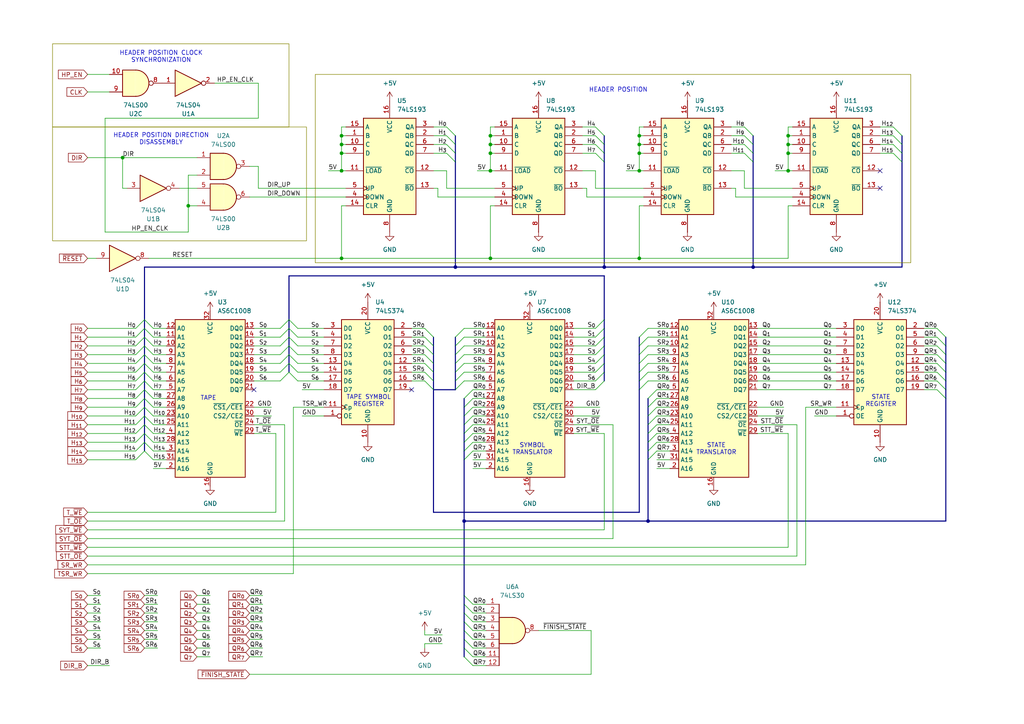
<source format=kicad_sch>
(kicad_sch (version 20250114) (generator "eeschema") (generator_version "9.0")
  (paper "A4")
  (rectangle (start 91.44 21.59) (end 264.16 76.2) (stroke (width 0) (color 132 132 0 1)))
  (rectangle (start 15.24 12.7) (end 83.82 36.83) (stroke (width 0) (color 132 132 0 1)))
  (rectangle (start 15.24 36.83) (end 88.9 69.85) (stroke (width 0) (color 132 132 0 1)))
  (text "HEADER POSITION DIRECTION\nDISASSEMBLY" (at 46.736 40.386 0) (effects (font (size 1.27 1.27))))
  (text "HEADER POSITION CLOCK\nSYNCHRONIZATION" (at 46.736 16.51 0) (effects (font (size 1.27 1.27))))
  (text "STATE\nTRANSLATOR" (at 207.772 130.302 0) (effects (font (size 1.27 1.27))))
  (text "TAPE SYMBOL\nREGISTER" (at 106.934 116.332 0) (effects (font (size 1.27 1.27))))
  (text "HEADER POSITION" (at 179.324 26.162 0) (effects (font (size 1.27 1.27))))
  (text "TAPE" (at 60.452 115.57 0) (effects (font (size 1.27 1.27))))
  (text "STATE\nREGISTER" (at 255.524 116.332 0) (effects (font (size 1.27 1.27))))
  (text "SYMBOL\nTRANSLATOR" (at 154.432 130.302 0) (effects (font (size 1.27 1.27))))
  (junction (at 185.42 41.91))
  (junction (at 142.24 74.93))
  (junction (at 187.96 151.13))
  (junction (at 185.42 44.45))
  (junction (at 142.24 39.37))
  (junction (at 132.08 77.47))
  (junction (at 142.24 49.53))
  (junction (at 142.24 44.45))
  (junction (at 185.42 74.93))
  (junction (at 185.42 39.37))
  (junction (at 99.06 49.53))
  (junction (at 228.6 44.45))
  (junction (at 175.26 77.47))
  (junction (at 99.06 39.37))
  (junction (at 228.6 49.53))
  (junction (at 142.24 41.91))
  (junction (at 99.06 74.93))
  (junction (at 99.06 41.91))
  (junction (at 228.6 41.91))
  (junction (at 185.42 49.53))
  (junction (at 35.56 45.72))
  (junction (at 228.6 39.37))
  (junction (at 99.06 44.45))
  (junction (at 134.62 151.13))
  (junction (at 218.44 77.47))
  (junction (at 54.61 59.69))
  (no_connect (at 255.27 49.53))
  (no_connect (at 255.27 54.61))
  (no_connect (at 119.38 113.03))
  (no_connect (at 73.66 113.03))
  (bus_entry (at 259.08 44.45) (size 2.54 2.54))
  (bus_entry (at 41.91 115.57) (size -2.54 2.54))
  (bus_entry (at 41.91 118.11) (size 2.54 2.54))
  (bus_entry (at 41.91 125.73) (size 2.54 2.54))
  (bus_entry (at 41.91 130.81) (size 2.54 2.54))
  (bus_entry (at 81.28 102.87) (size 2.54 -2.54))
  (bus_entry (at 137.16 118.11) (size -2.54 2.54))
  (bus_entry (at 41.91 95.25) (size -2.54 2.54))
  (bus_entry (at 172.72 36.83) (size 2.54 2.54))
  (bus_entry (at 172.72 113.03) (size 2.54 -2.54))
  (bus_entry (at 129.54 44.45) (size 2.54 2.54))
  (bus_entry (at 86.36 95.25) (size -2.54 -2.54))
  (bus_entry (at 187.96 107.95) (size -2.54 2.54))
  (bus_entry (at 172.72 110.49) (size 2.54 -2.54))
  (bus_entry (at 137.16 113.03) (size -2.54 2.54))
  (bus_entry (at 172.72 100.33) (size 2.54 -2.54))
  (bus_entry (at 134.62 107.95) (size -2.54 2.54))
  (bus_entry (at 137.16 123.19) (size -2.54 2.54))
  (bus_entry (at 41.91 110.49) (size -2.54 2.54))
  (bus_entry (at 271.78 110.49) (size 2.54 2.54))
  (bus_entry (at 41.91 102.87) (size 2.54 2.54))
  (bus_entry (at 271.78 105.41) (size 2.54 2.54))
  (bus_entry (at 41.91 128.27) (size 2.54 2.54))
  (bus_entry (at 41.91 95.25) (size 2.54 2.54))
  (bus_entry (at 41.91 100.33) (size -2.54 2.54))
  (bus_entry (at 172.72 97.79) (size 2.54 -2.54))
  (bus_entry (at 137.16 185.42) (size -2.54 -2.54))
  (bus_entry (at 86.36 97.79) (size -2.54 -2.54))
  (bus_entry (at 129.54 36.83) (size 2.54 2.54))
  (bus_entry (at 172.72 107.95) (size 2.54 -2.54))
  (bus_entry (at 81.28 105.41) (size 2.54 -2.54))
  (bus_entry (at 86.36 105.41) (size -2.54 -2.54))
  (bus_entry (at 41.91 97.79) (size 2.54 2.54))
  (bus_entry (at 123.19 100.33) (size 2.54 2.54))
  (bus_entry (at 137.16 115.57) (size -2.54 2.54))
  (bus_entry (at 137.16 177.8) (size -2.54 -2.54))
  (bus_entry (at 215.9 44.45) (size 2.54 2.54))
  (bus_entry (at 190.5 130.81) (size -2.54 2.54))
  (bus_entry (at 137.16 190.5) (size -2.54 -2.54))
  (bus_entry (at 190.5 123.19) (size -2.54 2.54))
  (bus_entry (at 137.16 187.96) (size -2.54 -2.54))
  (bus_entry (at 271.78 100.33) (size 2.54 2.54))
  (bus_entry (at 123.19 107.95) (size 2.54 2.54))
  (bus_entry (at 41.91 113.03) (size -2.54 2.54))
  (bus_entry (at 134.62 102.87) (size -2.54 2.54))
  (bus_entry (at 41.91 113.03) (size 2.54 2.54))
  (bus_entry (at 137.16 130.81) (size -2.54 2.54))
  (bus_entry (at 123.19 102.87) (size 2.54 2.54))
  (bus_entry (at 123.19 110.49) (size 2.54 2.54))
  (bus_entry (at 41.91 105.41) (size 2.54 2.54))
  (bus_entry (at 41.91 118.11) (size -2.54 2.54))
  (bus_entry (at 41.91 123.19) (size -2.54 2.54))
  (bus_entry (at 129.54 41.91) (size 2.54 2.54))
  (bus_entry (at 137.16 175.26) (size -2.54 -2.54))
  (bus_entry (at 134.62 97.79) (size -2.54 2.54))
  (bus_entry (at 41.91 120.65) (size -2.54 2.54))
  (bus_entry (at 215.9 36.83) (size 2.54 2.54))
  (bus_entry (at 187.96 110.49) (size -2.54 2.54))
  (bus_entry (at 190.5 115.57) (size -2.54 2.54))
  (bus_entry (at 41.91 115.57) (size 2.54 2.54))
  (bus_entry (at 187.96 95.25) (size -2.54 2.54))
  (bus_entry (at 271.78 107.95) (size 2.54 2.54))
  (bus_entry (at 129.54 39.37) (size 2.54 2.54))
  (bus_entry (at 259.08 36.83) (size 2.54 2.54))
  (bus_entry (at 187.96 100.33) (size -2.54 2.54))
  (bus_entry (at 134.62 100.33) (size -2.54 2.54))
  (bus_entry (at 86.36 110.49) (size -2.54 -2.54))
  (bus_entry (at 81.28 110.49) (size 2.54 -2.54))
  (bus_entry (at 172.72 39.37) (size 2.54 2.54))
  (bus_entry (at 271.78 95.25) (size 2.54 2.54))
  (bus_entry (at 123.19 105.41) (size 2.54 2.54))
  (bus_entry (at 41.91 100.33) (size 2.54 2.54))
  (bus_entry (at 137.16 120.65) (size -2.54 2.54))
  (bus_entry (at 187.96 97.79) (size -2.54 2.54))
  (bus_entry (at 41.91 128.27) (size -2.54 2.54))
  (bus_entry (at 41.91 102.87) (size -2.54 2.54))
  (bus_entry (at 259.08 41.91) (size 2.54 2.54))
  (bus_entry (at 137.16 182.88) (size -2.54 -2.54))
  (bus_entry (at 172.72 102.87) (size 2.54 -2.54))
  (bus_entry (at 41.91 92.71) (size 2.54 2.54))
  (bus_entry (at 172.72 105.41) (size 2.54 -2.54))
  (bus_entry (at 137.16 180.34) (size -2.54 -2.54))
  (bus_entry (at 41.91 110.49) (size 2.54 2.54))
  (bus_entry (at 190.5 118.11) (size -2.54 2.54))
  (bus_entry (at 134.62 105.41) (size -2.54 2.54))
  (bus_entry (at 41.91 125.73) (size -2.54 2.54))
  (bus_entry (at 81.28 100.33) (size 2.54 -2.54))
  (bus_entry (at 81.28 95.25) (size 2.54 -2.54))
  (bus_entry (at 259.08 39.37) (size 2.54 2.54))
  (bus_entry (at 271.78 97.79) (size 2.54 2.54))
  (bus_entry (at 190.5 125.73) (size -2.54 2.54))
  (bus_entry (at 172.72 95.25) (size 2.54 -2.54))
  (bus_entry (at 86.36 102.87) (size -2.54 -2.54))
  (bus_entry (at 81.28 107.95) (size 2.54 -2.54))
  (bus_entry (at 172.72 41.91) (size 2.54 2.54))
  (bus_entry (at 190.5 113.03) (size -2.54 2.54))
  (bus_entry (at 41.91 105.41) (size -2.54 2.54))
  (bus_entry (at 41.91 120.65) (size 2.54 2.54))
  (bus_entry (at 215.9 39.37) (size 2.54 2.54))
  (bus_entry (at 137.16 193.04) (size -2.54 -2.54))
  (bus_entry (at 172.72 44.45) (size 2.54 2.54))
  (bus_entry (at 41.91 107.95) (size -2.54 2.54))
  (bus_entry (at 271.78 113.03) (size 2.54 2.54))
  (bus_entry (at 81.28 97.79) (size 2.54 -2.54))
  (bus_entry (at 41.91 97.79) (size -2.54 2.54))
  (bus_entry (at 134.62 110.49) (size -2.54 2.54))
  (bus_entry (at 190.5 128.27) (size -2.54 2.54))
  (bus_entry (at 41.91 92.71) (size -2.54 2.54))
  (bus_entry (at 271.78 102.87) (size 2.54 2.54))
  (bus_entry (at 137.16 125.73) (size -2.54 2.54))
  (bus_entry (at 190.5 120.65) (size -2.54 2.54))
  (bus_entry (at 123.19 95.25) (size 2.54 2.54))
  (bus_entry (at 86.36 100.33) (size -2.54 -2.54))
  (bus_entry (at 86.36 107.95) (size -2.54 -2.54))
  (bus_entry (at 215.9 41.91) (size 2.54 2.54))
  (bus_entry (at 137.16 128.27) (size -2.54 2.54))
  (bus_entry (at 187.96 102.87) (size -2.54 2.54))
  (bus_entry (at 41.91 123.19) (size 2.54 2.54))
  (bus_entry (at 41.91 107.95) (size 2.54 2.54))
  (bus_entry (at 41.91 130.81) (size -2.54 2.54))
  (bus_entry (at 187.96 105.41) (size -2.54 2.54))
  (bus_entry (at 123.19 97.79) (size 2.54 2.54))
  (bus_entry (at 134.62 95.25) (size -2.54 2.54))
  (wire (pts (xy 172.72 54.61) (xy 186.69 54.61)))
  (bus (pts (xy 134.62 185.42) (xy 134.62 182.88)))
  (wire (pts (xy 219.71 95.25) (xy 242.57 95.25)))
  (bus (pts (xy 134.62 133.35) (xy 134.62 151.13)))
  (wire (pts (xy 44.45 100.33) (xy 48.26 100.33)))
  (wire (pts (xy 142.24 41.91) (xy 143.51 41.91)))
  (bus (pts (xy 41.91 120.65) (xy 41.91 123.19)))
  (wire (pts (xy 187.96 102.87) (xy 194.31 102.87)))
  (wire (pts (xy 25.4 185.42) (xy 29.21 185.42)))
  (wire (pts (xy 134.62 95.25) (xy 140.97 95.25)))
  (wire (pts (xy 187.96 100.33) (xy 194.31 100.33)))
  (wire (pts (xy 87.63 113.03) (xy 93.98 113.03)))
  (bus (pts (xy 83.82 92.71) (xy 83.82 95.25)))
  (wire (pts (xy 255.27 36.83) (xy 259.08 36.83)))
  (bus (pts (xy 175.26 44.45) (xy 175.26 46.99)))
  (wire (pts (xy 255.27 39.37) (xy 259.08 39.37)))
  (wire (pts (xy 212.09 54.61) (xy 213.36 54.61)))
  (wire (pts (xy 271.78 97.79) (xy 267.97 97.79)))
  (bus (pts (xy 83.82 80.01) (xy 175.26 80.01)))
  (wire (pts (xy 25.4 133.35) (xy 39.37 133.35)))
  (wire (pts (xy 271.78 113.03) (xy 267.97 113.03)))
  (wire (pts (xy 185.42 41.91) (xy 185.42 39.37)))
  (wire (pts (xy 57.15 185.42) (xy 60.96 185.42)))
  (wire (pts (xy 171.45 195.58) (xy 171.45 182.88)))
  (wire (pts (xy 142.24 59.69) (xy 142.24 74.93)))
  (wire (pts (xy 185.42 36.83) (xy 186.69 36.83)))
  (wire (pts (xy 99.06 74.93) (xy 99.06 59.69)))
  (wire (pts (xy 134.62 97.79) (xy 140.97 97.79)))
  (wire (pts (xy 95.25 49.53) (xy 99.06 49.53)))
  (bus (pts (xy 261.62 39.37) (xy 261.62 41.91)))
  (wire (pts (xy 25.4 125.73) (xy 39.37 125.73)))
  (wire (pts (xy 125.73 41.91) (xy 129.54 41.91)))
  (wire (pts (xy 143.51 59.69) (xy 142.24 59.69)))
  (bus (pts (xy 125.73 102.87) (xy 125.73 105.41)))
  (wire (pts (xy 194.31 113.03) (xy 190.5 113.03)))
  (wire (pts (xy 219.71 123.19) (xy 231.14 123.19)))
  (wire (pts (xy 142.24 39.37) (xy 143.51 39.37)))
  (wire (pts (xy 156.21 182.88) (xy 171.45 182.88)))
  (wire (pts (xy 86.36 100.33) (xy 93.98 100.33)))
  (bus (pts (xy 187.96 130.81) (xy 187.96 133.35)))
  (wire (pts (xy 166.37 113.03) (xy 172.72 113.03)))
  (wire (pts (xy 137.16 120.65) (xy 140.97 120.65)))
  (wire (pts (xy 44.45 120.65) (xy 48.26 120.65)))
  (bus (pts (xy 175.26 80.01) (xy 175.26 92.71)))
  (bus (pts (xy 134.62 120.65) (xy 134.62 123.19)))
  (wire (pts (xy 166.37 97.79) (xy 172.72 97.79)))
  (wire (pts (xy 85.09 118.11) (xy 93.98 118.11)))
  (wire (pts (xy 123.19 97.79) (xy 119.38 97.79)))
  (bus (pts (xy 218.44 77.47) (xy 261.62 77.47)))
  (wire (pts (xy 137.16 175.26) (xy 140.97 175.26)))
  (wire (pts (xy 125.73 54.61) (xy 127 54.61)))
  (wire (pts (xy 73.66 125.73) (xy 80.01 125.73)))
  (bus (pts (xy 218.44 46.99) (xy 218.44 77.47)))
  (wire (pts (xy 168.91 49.53) (xy 172.72 49.53)))
  (wire (pts (xy 137.16 125.73) (xy 140.97 125.73)))
  (wire (pts (xy 212.09 36.83) (xy 215.9 36.83)))
  (wire (pts (xy 25.4 151.13) (xy 82.55 151.13)))
  (wire (pts (xy 81.28 97.79) (xy 73.66 97.79)))
  (wire (pts (xy 194.31 95.25) (xy 187.96 95.25)))
  (bus (pts (xy 41.91 110.49) (xy 41.91 113.03)))
  (bus (pts (xy 134.62 125.73) (xy 134.62 128.27)))
  (wire (pts (xy 137.16 123.19) (xy 140.97 123.19)))
  (bus (pts (xy 134.62 118.11) (xy 134.62 120.65)))
  (wire (pts (xy 219.71 105.41) (xy 242.57 105.41)))
  (wire (pts (xy 185.42 39.37) (xy 185.42 36.83)))
  (wire (pts (xy 72.39 195.58) (xy 171.45 195.58)))
  (wire (pts (xy 80.01 125.73) (xy 80.01 148.59)))
  (bus (pts (xy 175.26 39.37) (xy 175.26 41.91)))
  (wire (pts (xy 25.4 105.41) (xy 39.37 105.41)))
  (bus (pts (xy 134.62 177.8) (xy 134.62 175.26)))
  (wire (pts (xy 25.4 107.95) (xy 39.37 107.95)))
  (bus (pts (xy 274.32 110.49) (xy 274.32 113.03)))
  (wire (pts (xy 44.45 110.49) (xy 48.26 110.49)))
  (wire (pts (xy 44.45 107.95) (xy 48.26 107.95)))
  (bus (pts (xy 132.08 39.37) (xy 132.08 41.91)))
  (wire (pts (xy 271.78 102.87) (xy 267.97 102.87)))
  (wire (pts (xy 123.19 110.49) (xy 119.38 110.49)))
  (wire (pts (xy 137.16 190.5) (xy 140.97 190.5)))
  (wire (pts (xy 35.56 45.72) (xy 57.15 45.72)))
  (wire (pts (xy 228.6 41.91) (xy 229.87 41.91)))
  (wire (pts (xy 134.62 100.33) (xy 140.97 100.33)))
  (bus (pts (xy 132.08 44.45) (xy 132.08 46.99)))
  (wire (pts (xy 190.5 123.19) (xy 194.31 123.19)))
  (wire (pts (xy 228.6 44.45) (xy 228.6 41.91)))
  (wire (pts (xy 43.18 74.93) (xy 99.06 74.93)))
  (wire (pts (xy 25.4 102.87) (xy 39.37 102.87)))
  (bus (pts (xy 274.32 105.41) (xy 274.32 107.95)))
  (wire (pts (xy 45.72 187.96) (xy 41.91 187.96)))
  (wire (pts (xy 99.06 74.93) (xy 142.24 74.93)))
  (wire (pts (xy 74.93 54.61) (xy 74.93 48.26)))
  (wire (pts (xy 185.42 39.37) (xy 186.69 39.37)))
  (wire (pts (xy 185.42 49.53) (xy 185.42 44.45)))
  (wire (pts (xy 25.4 118.11) (xy 39.37 118.11)))
  (wire (pts (xy 125.73 44.45) (xy 129.54 44.45)))
  (wire (pts (xy 137.16 177.8) (xy 140.97 177.8)))
  (wire (pts (xy 25.4 156.21) (xy 177.8 156.21)))
  (wire (pts (xy 233.68 118.11) (xy 242.57 118.11)))
  (wire (pts (xy 25.4 180.34) (xy 29.21 180.34)))
  (wire (pts (xy 219.71 107.95) (xy 242.57 107.95)))
  (wire (pts (xy 127 54.61) (xy 127 57.15)))
  (wire (pts (xy 228.6 59.69) (xy 228.6 74.93)))
  (wire (pts (xy 25.4 21.59) (xy 31.75 21.59)))
  (wire (pts (xy 212.09 44.45) (xy 215.9 44.45)))
  (wire (pts (xy 45.72 182.88) (xy 41.91 182.88)))
  (wire (pts (xy 81.28 100.33) (xy 73.66 100.33)))
  (bus (pts (xy 134.62 130.81) (xy 134.62 133.35)))
  (wire (pts (xy 57.15 182.88) (xy 60.96 182.88)))
  (bus (pts (xy 274.32 113.03) (xy 274.32 115.57)))
  (wire (pts (xy 127 57.15) (xy 143.51 57.15)))
  (bus (pts (xy 175.26 107.95) (xy 175.26 110.49)))
  (wire (pts (xy 35.56 54.61) (xy 36.83 54.61)))
  (wire (pts (xy 99.06 41.91) (xy 100.33 41.91)))
  (wire (pts (xy 228.6 36.83) (xy 229.87 36.83)))
  (wire (pts (xy 30.48 67.31) (xy 54.61 67.31)))
  (bus (pts (xy 187.96 128.27) (xy 187.96 130.81)))
  (wire (pts (xy 137.16 130.81) (xy 140.97 130.81)))
  (wire (pts (xy 228.6 74.93) (xy 185.42 74.93)))
  (wire (pts (xy 25.4 26.67) (xy 31.75 26.67)))
  (bus (pts (xy 261.62 46.99) (xy 261.62 77.47)))
  (wire (pts (xy 175.26 153.67) (xy 25.4 153.67)))
  (wire (pts (xy 219.71 97.79) (xy 242.57 97.79)))
  (wire (pts (xy 213.36 54.61) (xy 213.36 57.15)))
  (bus (pts (xy 83.82 95.25) (xy 83.82 97.79)))
  (bus (pts (xy 187.96 115.57) (xy 187.96 118.11)))
  (bus (pts (xy 83.82 92.71) (xy 83.82 80.01)))
  (wire (pts (xy 57.15 187.96) (xy 60.96 187.96)))
  (bus (pts (xy 187.96 123.19) (xy 187.96 125.73)))
  (wire (pts (xy 219.71 110.49) (xy 242.57 110.49)))
  (wire (pts (xy 25.4 187.96) (xy 29.21 187.96)))
  (bus (pts (xy 41.91 125.73) (xy 41.91 128.27)))
  (wire (pts (xy 82.55 151.13) (xy 82.55 123.19)))
  (wire (pts (xy 190.5 128.27) (xy 194.31 128.27)))
  (wire (pts (xy 137.16 135.89) (xy 140.97 135.89)))
  (wire (pts (xy 25.4 110.49) (xy 39.37 110.49)))
  (wire (pts (xy 54.61 50.8) (xy 54.61 59.69)))
  (bus (pts (xy 41.91 118.11) (xy 41.91 120.65)))
  (wire (pts (xy 25.4 158.75) (xy 228.6 158.75)))
  (wire (pts (xy 123.19 102.87) (xy 119.38 102.87)))
  (wire (pts (xy 48.26 128.27) (xy 44.45 128.27)))
  (wire (pts (xy 166.37 110.49) (xy 172.72 110.49)))
  (bus (pts (xy 175.26 41.91) (xy 175.26 44.45)))
  (wire (pts (xy 190.5 115.57) (xy 194.31 115.57)))
  (bus (pts (xy 125.73 107.95) (xy 125.73 110.49)))
  (wire (pts (xy 54.61 59.69) (xy 54.61 67.31)))
  (wire (pts (xy 44.45 123.19) (xy 48.26 123.19)))
  (wire (pts (xy 44.45 135.89) (xy 48.26 135.89)))
  (wire (pts (xy 25.4 97.79) (xy 39.37 97.79)))
  (bus (pts (xy 41.91 100.33) (xy 41.91 102.87)))
  (wire (pts (xy 25.4 130.81) (xy 39.37 130.81)))
  (wire (pts (xy 86.36 97.79) (xy 93.98 97.79)))
  (bus (pts (xy 83.82 100.33) (xy 83.82 102.87)))
  (wire (pts (xy 255.27 41.91) (xy 259.08 41.91)))
  (wire (pts (xy 45.72 175.26) (xy 41.91 175.26)))
  (wire (pts (xy 228.6 39.37) (xy 228.6 36.83)))
  (bus (pts (xy 274.32 100.33) (xy 274.32 102.87)))
  (bus (pts (xy 125.73 105.41) (xy 125.73 107.95)))
  (wire (pts (xy 168.91 41.91) (xy 172.72 41.91)))
  (wire (pts (xy 54.61 59.69) (xy 57.15 59.69)))
  (wire (pts (xy 35.56 45.72) (xy 35.56 54.61)))
  (wire (pts (xy 48.26 125.73) (xy 44.45 125.73)))
  (wire (pts (xy 166.37 125.73) (xy 175.26 125.73)))
  (wire (pts (xy 219.71 125.73) (xy 228.6 125.73)))
  (bus (pts (xy 185.42 100.33) (xy 185.42 102.87)))
  (wire (pts (xy 271.78 107.95) (xy 267.97 107.95)))
  (wire (pts (xy 45.72 177.8) (xy 41.91 177.8)))
  (bus (pts (xy 41.91 128.27) (xy 41.91 130.81)))
  (wire (pts (xy 87.63 120.65) (xy 93.98 120.65)))
  (wire (pts (xy 72.39 172.72) (xy 76.2 172.72)))
  (wire (pts (xy 142.24 44.45) (xy 142.24 41.91)))
  (bus (pts (xy 41.91 123.19) (xy 41.91 125.73)))
  (wire (pts (xy 99.06 44.45) (xy 99.06 41.91)))
  (wire (pts (xy 99.06 39.37) (xy 100.33 39.37)))
  (wire (pts (xy 142.24 49.53) (xy 142.24 44.45)))
  (wire (pts (xy 100.33 49.53) (xy 99.06 49.53)))
  (bus (pts (xy 175.26 77.47) (xy 218.44 77.47)))
  (bus (pts (xy 125.73 100.33) (xy 125.73 102.87)))
  (wire (pts (xy 177.8 156.21) (xy 177.8 123.19)))
  (bus (pts (xy 132.08 110.49) (xy 132.08 113.03)))
  (bus (pts (xy 187.96 118.11) (xy 187.96 120.65)))
  (wire (pts (xy 25.4 148.59) (xy 80.01 148.59)))
  (wire (pts (xy 168.91 44.45) (xy 172.72 44.45)))
  (wire (pts (xy 134.62 102.87) (xy 140.97 102.87)))
  (wire (pts (xy 215.9 54.61) (xy 229.87 54.61)))
  (wire (pts (xy 76.2 177.8) (xy 72.39 177.8)))
  (wire (pts (xy 190.5 118.11) (xy 194.31 118.11)))
  (wire (pts (xy 168.91 39.37) (xy 172.72 39.37)))
  (wire (pts (xy 228.6 44.45) (xy 229.87 44.45)))
  (wire (pts (xy 166.37 118.11) (xy 173.99 118.11)))
  (wire (pts (xy 44.45 105.41) (xy 48.26 105.41)))
  (wire (pts (xy 85.09 166.37) (xy 25.4 166.37)))
  (wire (pts (xy 125.73 39.37) (xy 129.54 39.37)))
  (wire (pts (xy 76.2 190.5) (xy 72.39 190.5)))
  (wire (pts (xy 187.96 97.79) (xy 194.31 97.79)))
  (wire (pts (xy 25.4 100.33) (xy 39.37 100.33)))
  (bus (pts (xy 41.91 115.57) (xy 41.91 118.11)))
  (bus (pts (xy 185.42 97.79) (xy 185.42 100.33)))
  (wire (pts (xy 137.16 182.88) (xy 140.97 182.88)))
  (wire (pts (xy 44.45 118.11) (xy 48.26 118.11)))
  (bus (pts (xy 125.73 113.03) (xy 125.73 148.59)))
  (wire (pts (xy 25.4 74.93) (xy 27.94 74.93)))
  (wire (pts (xy 73.66 123.19) (xy 82.55 123.19)))
  (wire (pts (xy 119.38 95.25) (xy 123.19 95.25)))
  (bus (pts (xy 261.62 44.45) (xy 261.62 46.99)))
  (wire (pts (xy 142.24 41.91) (xy 142.24 39.37)))
  (bus (pts (xy 185.42 107.95) (xy 185.42 110.49)))
  (wire (pts (xy 125.73 36.83) (xy 129.54 36.83)))
  (bus (pts (xy 134.62 123.19) (xy 134.62 125.73)))
  (wire (pts (xy 166.37 100.33) (xy 172.72 100.33)))
  (wire (pts (xy 99.06 59.69) (xy 100.33 59.69)))
  (wire (pts (xy 271.78 105.41) (xy 267.97 105.41)))
  (bus (pts (xy 132.08 107.95) (xy 132.08 110.49)))
  (wire (pts (xy 219.71 118.11) (xy 227.33 118.11)))
  (wire (pts (xy 99.06 39.37) (xy 99.06 36.83)))
  (wire (pts (xy 99.06 49.53) (xy 99.06 44.45)))
  (wire (pts (xy 228.6 49.53) (xy 228.6 44.45)))
  (wire (pts (xy 142.24 36.83) (xy 143.51 36.83)))
  (bus (pts (xy 125.73 148.59) (xy 185.42 148.59)))
  (wire (pts (xy 166.37 105.41) (xy 172.72 105.41)))
  (wire (pts (xy 271.78 110.49) (xy 267.97 110.49)))
  (bus (pts (xy 83.82 105.41) (xy 83.82 107.95)))
  (bus (pts (xy 185.42 105.41) (xy 185.42 107.95)))
  (bus (pts (xy 175.26 46.99) (xy 175.26 77.47)))
  (wire (pts (xy 219.71 102.87) (xy 242.57 102.87)))
  (wire (pts (xy 45.72 180.34) (xy 41.91 180.34)))
  (wire (pts (xy 255.27 44.45) (xy 259.08 44.45)))
  (wire (pts (xy 72.39 57.15) (xy 100.33 57.15)))
  (wire (pts (xy 166.37 123.19) (xy 177.8 123.19)))
  (wire (pts (xy 25.4 123.19) (xy 39.37 123.19)))
  (wire (pts (xy 137.16 185.42) (xy 140.97 185.42)))
  (wire (pts (xy 57.15 190.5) (xy 60.96 190.5)))
  (wire (pts (xy 229.87 59.69) (xy 228.6 59.69)))
  (wire (pts (xy 236.22 120.65) (xy 242.57 120.65)))
  (wire (pts (xy 271.78 100.33) (xy 267.97 100.33)))
  (bus (pts (xy 218.44 41.91) (xy 218.44 44.45)))
  (wire (pts (xy 212.09 39.37) (xy 215.9 39.37)))
  (bus (pts (xy 274.32 107.95) (xy 274.32 110.49)))
  (bus (pts (xy 41.91 105.41) (xy 41.91 107.95)))
  (wire (pts (xy 129.54 49.53) (xy 129.54 54.61)))
  (wire (pts (xy 86.36 107.95) (xy 93.98 107.95)))
  (bus (pts (xy 83.82 97.79) (xy 83.82 100.33)))
  (wire (pts (xy 168.91 54.61) (xy 170.18 54.61)))
  (wire (pts (xy 99.06 44.45) (xy 100.33 44.45)))
  (wire (pts (xy 175.26 125.73) (xy 175.26 153.67)))
  (wire (pts (xy 123.19 184.15) (xy 128.27 184.15)))
  (wire (pts (xy 137.16 193.04) (xy 140.97 193.04)))
  (wire (pts (xy 231.14 123.19) (xy 231.14 161.29)))
  (wire (pts (xy 166.37 95.25) (xy 172.72 95.25)))
  (wire (pts (xy 186.69 59.69) (xy 185.42 59.69)))
  (bus (pts (xy 187.96 125.73) (xy 187.96 128.27)))
  (bus (pts (xy 132.08 77.47) (xy 175.26 77.47)))
  (wire (pts (xy 25.4 115.57) (xy 39.37 115.57)))
  (wire (pts (xy 129.54 54.61) (xy 143.51 54.61)))
  (wire (pts (xy 74.93 24.13) (xy 74.93 34.29)))
  (wire (pts (xy 142.24 74.93) (xy 185.42 74.93)))
  (wire (pts (xy 41.91 172.72) (xy 45.72 172.72)))
  (bus (pts (xy 175.26 95.25) (xy 175.26 97.79)))
  (wire (pts (xy 138.43 49.53) (xy 142.24 49.53)))
  (bus (pts (xy 175.26 105.41) (xy 175.26 107.95)))
  (wire (pts (xy 170.18 54.61) (xy 170.18 57.15)))
  (wire (pts (xy 166.37 120.65) (xy 173.99 120.65)))
  (wire (pts (xy 187.96 107.95) (xy 194.31 107.95)))
  (bus (pts (xy 41.91 97.79) (xy 41.91 100.33)))
  (bus (pts (xy 274.32 115.57) (xy 274.32 151.13)))
  (wire (pts (xy 62.23 24.13) (xy 74.93 24.13)))
  (bus (pts (xy 41.91 92.71) (xy 41.91 77.47)))
  (bus (pts (xy 134.62 175.26) (xy 134.62 172.72)))
  (wire (pts (xy 168.91 36.83) (xy 172.72 36.83)))
  (wire (pts (xy 25.4 113.03) (xy 39.37 113.03)))
  (wire (pts (xy 81.28 110.49) (xy 73.66 110.49)))
  (wire (pts (xy 267.97 95.25) (xy 271.78 95.25)))
  (wire (pts (xy 57.15 180.34) (xy 60.96 180.34)))
  (bus (pts (xy 134.62 180.34) (xy 134.62 177.8)))
  (bus (pts (xy 41.91 102.87) (xy 41.91 105.41)))
  (bus (pts (xy 187.96 120.65) (xy 187.96 123.19)))
  (wire (pts (xy 142.24 39.37) (xy 142.24 36.83)))
  (wire (pts (xy 25.4 45.72) (xy 35.56 45.72)))
  (wire (pts (xy 190.5 120.65) (xy 194.31 120.65)))
  (bus (pts (xy 41.91 107.95) (xy 41.91 110.49)))
  (wire (pts (xy 137.16 115.57) (xy 140.97 115.57)))
  (bus (pts (xy 132.08 102.87) (xy 132.08 105.41)))
  (bus (pts (xy 274.32 97.79) (xy 274.32 100.33)))
  (wire (pts (xy 48.26 130.81) (xy 44.45 130.81)))
  (wire (pts (xy 137.16 118.11) (xy 140.97 118.11)))
  (wire (pts (xy 86.36 110.49) (xy 93.98 110.49)))
  (bus (pts (xy 134.62 187.96) (xy 134.62 185.42)))
  (bus (pts (xy 41.91 95.25) (xy 41.91 97.79)))
  (bus (pts (xy 274.32 151.13) (xy 187.96 151.13)))
  (wire (pts (xy 78.74 120.65) (xy 73.66 120.65)))
  (wire (pts (xy 123.19 100.33) (xy 119.38 100.33)))
  (wire (pts (xy 44.45 95.25) (xy 48.26 95.25)))
  (wire (pts (xy 57.15 50.8) (xy 54.61 50.8)))
  (wire (pts (xy 185.42 44.45) (xy 186.69 44.45)))
  (wire (pts (xy 219.71 113.03) (xy 242.57 113.03)))
  (bus (pts (xy 125.73 97.79) (xy 125.73 100.33)))
  (wire (pts (xy 81.28 105.41) (xy 73.66 105.41)))
  (wire (pts (xy 81.28 107.95) (xy 73.66 107.95)))
  (wire (pts (xy 190.5 130.81) (xy 194.31 130.81)))
  (bus (pts (xy 83.82 102.87) (xy 83.82 105.41)))
  (wire (pts (xy 228.6 158.75) (xy 228.6 125.73)))
  (bus (pts (xy 132.08 100.33) (xy 132.08 102.87)))
  (wire (pts (xy 45.72 185.42) (xy 41.91 185.42)))
  (bus (pts (xy 185.42 102.87) (xy 185.42 105.41)))
  (bus (pts (xy 185.42 110.49) (xy 185.42 113.03)))
  (wire (pts (xy 125.73 49.53) (xy 129.54 49.53)))
  (bus (pts (xy 274.32 102.87) (xy 274.32 105.41)))
  (wire (pts (xy 187.96 105.41) (xy 194.31 105.41)))
  (wire (pts (xy 228.6 41.91) (xy 228.6 39.37)))
  (wire (pts (xy 137.16 187.96) (xy 140.97 187.96)))
  (bus (pts (xy 218.44 44.45) (xy 218.44 46.99)))
  (wire (pts (xy 86.36 105.41) (xy 93.98 105.41)))
  (wire (pts (xy 140.97 113.03) (xy 137.16 113.03)))
  (bus (pts (xy 132.08 41.91) (xy 132.08 44.45)))
  (wire (pts (xy 190.5 133.35) (xy 194.31 133.35)))
  (wire (pts (xy 48.26 133.35) (xy 44.45 133.35)))
  (wire (pts (xy 99.06 41.91) (xy 99.06 39.37)))
  (wire (pts (xy 185.42 44.45) (xy 185.42 41.91)))
  (wire (pts (xy 86.36 95.25) (xy 93.98 95.25)))
  (bus (pts (xy 125.73 113.03) (xy 132.08 113.03)))
  (wire (pts (xy 74.93 54.61) (xy 100.33 54.61)))
  (wire (pts (xy 185.42 59.69) (xy 185.42 74.93)))
  (wire (pts (xy 123.19 182.88) (xy 123.19 184.15)))
  (wire (pts (xy 57.15 177.8) (xy 60.96 177.8)))
  (bus (pts (xy 132.08 105.41) (xy 132.08 107.95)))
  (wire (pts (xy 186.69 49.53) (xy 185.42 49.53)))
  (wire (pts (xy 134.62 107.95) (xy 140.97 107.95)))
  (wire (pts (xy 25.4 163.83) (xy 233.68 163.83)))
  (wire (pts (xy 76.2 180.34) (xy 72.39 180.34)))
  (wire (pts (xy 170.18 57.15) (xy 186.69 57.15)))
  (bus (pts (xy 185.42 113.03) (xy 185.42 148.59)))
  (bus (pts (xy 175.26 102.87) (xy 175.26 105.41)))
  (wire (pts (xy 99.06 36.83) (xy 100.33 36.83)))
  (wire (pts (xy 25.4 193.04) (xy 31.75 193.04)))
  (wire (pts (xy 219.71 100.33) (xy 242.57 100.33)))
  (wire (pts (xy 44.45 97.79) (xy 48.26 97.79)))
  (wire (pts (xy 52.07 54.61) (xy 57.15 54.61)))
  (wire (pts (xy 44.45 102.87) (xy 48.26 102.87)))
  (bus (pts (xy 132.08 97.79) (xy 132.08 100.33)))
  (wire (pts (xy 123.19 186.69) (xy 123.19 187.96)))
  (wire (pts (xy 137.16 128.27) (xy 140.97 128.27)))
  (wire (pts (xy 25.4 128.27) (xy 39.37 128.27)))
  (bus (pts (xy 187.96 133.35) (xy 187.96 151.13)))
  (wire (pts (xy 190.5 135.89) (xy 194.31 135.89)))
  (wire (pts (xy 25.4 120.65) (xy 39.37 120.65)))
  (wire (pts (xy 143.51 49.53) (xy 142.24 49.53)))
  (wire (pts (xy 185.42 41.91) (xy 186.69 41.91)))
  (wire (pts (xy 187.96 110.49) (xy 194.31 110.49)))
  (wire (pts (xy 25.4 95.25) (xy 39.37 95.25)))
  (wire (pts (xy 86.36 102.87) (xy 93.98 102.87)))
  (wire (pts (xy 25.4 182.88) (xy 29.21 182.88)))
  (bus (pts (xy 261.62 41.91) (xy 261.62 44.45)))
  (wire (pts (xy 76.2 182.88) (xy 72.39 182.88)))
  (wire (pts (xy 25.4 175.26) (xy 29.21 175.26)))
  (wire (pts (xy 25.4 172.72) (xy 29.21 172.72)))
  (bus (pts (xy 41.91 92.71) (xy 41.91 95.25)))
  (wire (pts (xy 137.16 180.34) (xy 140.97 180.34)))
  (wire (pts (xy 123.19 186.69) (xy 128.27 186.69)))
  (wire (pts (xy 213.36 57.15) (xy 229.87 57.15)))
  (wire (pts (xy 81.28 102.87) (xy 73.66 102.87)))
  (bus (pts (xy 175.26 97.79) (xy 175.26 100.33)))
  (wire (pts (xy 215.9 49.53) (xy 212.09 49.53)))
  (bus (pts (xy 134.62 182.88) (xy 134.62 180.34)))
  (bus (pts (xy 218.44 39.37) (xy 218.44 41.91)))
  (bus (pts (xy 134.62 151.13) (xy 134.62 172.72)))
  (wire (pts (xy 85.09 118.11) (xy 85.09 166.37)))
  (wire (pts (xy 172.72 54.61) (xy 172.72 49.53)))
  (wire (pts (xy 166.37 107.95) (xy 172.72 107.95)))
  (wire (pts (xy 233.68 163.83) (xy 233.68 118.11)))
  (wire (pts (xy 142.24 44.45) (xy 143.51 44.45)))
  (wire (pts (xy 134.62 105.41) (xy 140.97 105.41)))
  (bus (pts (xy 125.73 110.49) (xy 125.73 113.03)))
  (wire (pts (xy 73.66 95.25) (xy 81.28 95.25)))
  (bus (pts (xy 134.62 115.57) (xy 134.62 118.11)))
  (bus (pts (xy 134.62 151.13) (xy 187.96 151.13)))
  (wire (pts (xy 57.15 172.72) (xy 60.96 172.72)))
  (wire (pts (xy 229.87 49.53) (xy 228.6 49.53)))
  (wire (pts (xy 181.61 49.53) (xy 185.42 49.53)))
  (wire (pts (xy 72.39 48.26) (xy 74.93 48.26)))
  (bus (pts (xy 175.26 100.33) (xy 175.26 102.87)))
  (wire (pts (xy 44.45 115.57) (xy 48.26 115.57)))
  (wire (pts (xy 137.16 133.35) (xy 140.97 133.35)))
  (bus (pts (xy 134.62 128.27) (xy 134.62 130.81)))
  (wire (pts (xy 76.2 185.42) (xy 72.39 185.42)))
  (wire (pts (xy 215.9 54.61) (xy 215.9 49.53)))
  (wire (pts (xy 228.6 39.37) (xy 229.87 39.37)))
  (wire (pts (xy 123.19 105.41) (xy 119.38 105.41)))
  (wire (pts (xy 76.2 187.96) (xy 72.39 187.96)))
  (bus (pts (xy 41.91 77.47) (xy 132.08 77.47)))
  (wire (pts (xy 224.79 49.53) (xy 228.6 49.53)))
  (wire (pts (xy 123.19 107.95) (xy 119.38 107.95)))
  (wire (pts (xy 73.66 118.11) (xy 78.74 118.11)))
  (wire (pts (xy 57.15 175.26) (xy 60.96 175.26)))
  (wire (pts (xy 30.48 34.29) (xy 30.48 67.31)))
  (wire (pts (xy 74.93 34.29) (xy 30.48 34.29)))
  (wire (pts (xy 212.09 41.91) (xy 215.9 41.91)))
  (wire (pts (xy 134.62 110.49) (xy 140.97 110.49)))
  (wire (pts (xy 76.2 175.26) (xy 72.39 175.26)))
  (wire (pts (xy 25.4 177.8) (xy 29.21 177.8)))
  (wire (pts (xy 190.5 125.73) (xy 194.31 125.73)))
  (wire (pts (xy 219.71 120.65) (xy 227.33 120.65)))
  (bus (pts (xy 41.91 113.03) (xy 41.91 115.57)))
  (bus (pts (xy 134.62 190.5) (xy 134.62 187.96)))
  (wire (pts (xy 44.45 113.03) (xy 48.26 113.03)))
  (bus (pts (xy 175.26 92.71) (xy 175.26 95.25)))
  (bus (pts (xy 132.08 46.99) (xy 132.08 77.47)))
  (wire (pts (xy 25.4 161.29) (xy 231.14 161.29)))
  (wire (pts (xy 166.37 102.87) (xy 172.72 102.87)))
  (label "Q_{7}" (at 223.52 113.03 180))
  (label "5V" (at 173.99 120.65 180))
  (label "QR_{2}" (at 137.16 118.11 0))
  (label "H_{15}" (at 44.45 133.35 0))
  (label "QR_{0}" (at 271.78 95.25 180))
  (label "T_~{WE}" (at 78.74 125.73 180))
  (label "Q_{0}" (at 223.52 95.25 180))
  (label "H_{11}" (at 44.45 123.19 0))
  (label "QR_{0}" (at 76.2 172.72 180))
  (label "H_{10}" (at 215.9 41.91 180))
  (label "DIR" (at 35.56 45.72 0))
  (label "H_{11}" (at 215.9 44.45 180))
  (label "H_{0}" (at 44.45 95.25 0))
  (label "QR_{4}" (at 76.2 182.88 180))
  (label "H_{2}" (at 129.54 41.91 180))
  (label "QR_{3}" (at 137.16 120.65 0))
  (label "QR_{2}" (at 190.5 118.11 0))
  (label "QR_{5}" (at 190.5 125.73 0))
  (label "QR_{1}" (at 76.2 175.26 180))
  (label "S_{0}" (at 29.21 172.72 180))
  (label "QR_{1}" (at 137.16 177.8 0))
  (label "QR_{7}" (at 137.16 130.81 0))
  (label "S_{1}" (at 77.47 97.79 180))
  (label "QR_{3}" (at 76.2 180.34 180))
  (label "S_{2}" (at 172.72 100.33 180))
  (label "H_{1}" (at 44.45 97.79 0))
  (label "QR_{7}" (at 271.78 113.03 180))
  (label "SR_{6}" (at 190.5 110.49 0))
  (label "Q_{3}" (at 60.96 180.34 180))
  (label "GND" (at 227.33 118.11 180))
  (label "Q_{4}" (at 60.96 182.88 180))
  (label "QR_{4}" (at 137.16 185.42 0))
  (label "DIR_DOWN" (at 77.47 57.15 0))
  (label "SR_{2}" (at 190.5 100.33 0))
  (label "SR_{5}" (at 190.5 107.95 0))
  (label "QR_{7}" (at 76.2 190.5 180))
  (label "GND" (at 87.63 120.65 0))
  (label "S_{6}" (at 90.17 110.49 0))
  (label "SR_{2}" (at 123.19 100.33 180))
  (label "SR_{1}" (at 137.16 97.79 0))
  (label "GND" (at 173.99 118.11 180))
  (label "H_{3}" (at 129.54 44.45 180))
  (label "H_{2}" (at 44.45 100.33 0))
  (label "GND" (at 236.22 120.65 0))
  (label "QR_{6}" (at 190.5 128.27 0))
  (label "Q_{1}" (at 223.52 97.79 180))
  (label "H_{5}" (at 44.45 107.95 0))
  (label "QR_{6}" (at 137.16 128.27 0))
  (label "S_{6}" (at 172.72 110.49 180))
  (label "5V" (at 137.16 133.35 0))
  (label "H_{14}" (at 259.08 41.91 180))
  (label "Q_{5}" (at 60.96 185.42 180))
  (label "5V" (at 44.45 135.89 0))
  (label "HP_EN_CLK" (at 73.66 24.13 180))
  (label "S_{5}" (at 90.17 107.95 0))
  (label "SR_{5}" (at 123.19 107.95 180))
  (label "S_{5}" (at 172.72 107.95 180))
  (label "SR_{1}" (at 190.5 97.79 0))
  (label "H_{3}" (at 44.45 102.87 0))
  (label "QR_{5}" (at 271.78 107.95 180))
  (label "Q_{2}" (at 223.52 100.33 180))
  (label "5V" (at 190.5 133.35 0))
  (label "H_{7}" (at 172.72 44.45 180))
  (label "QR_{0}" (at 137.16 113.03 0))
  (label "S_{2}" (at 77.47 100.33 180))
  (label "SR_WR" (at 234.95 118.11 0))
  (label "QR_{2}" (at 76.2 177.8 180))
  (label "DIR_B" (at 31.75 193.04 180))
  (label "H_{10}" (at 44.45 120.65 0))
  (label "SR_{4}" (at 45.72 182.88 180))
  (label "H_{12}" (at 259.08 36.83 180))
  (label "QR_{3}" (at 190.5 120.65 0))
  (label "QR_{0}" (at 190.5 113.03 0))
  (label "QR_{1}" (at 137.16 115.57 0))
  (label "S_{5}" (at 77.47 107.95 180))
  (label "5V" (at 227.33 120.65 180))
  (label "H_{4}" (at 172.72 36.83 180))
  (label "SR_{0}" (at 190.5 95.25 0))
  (label "QR_{6}" (at 76.2 187.96 180))
  (label "5V" (at 128.27 184.15 180))
  (label "SR_{0}" (at 45.72 172.72 180))
  (label "~{FINISH_STATE}" (at 157.48 182.88 0))
  (label "5V" (at 138.43 49.53 0))
  (label "5V" (at 190.5 135.89 0))
  (label "H_{6}" (at 44.45 110.49 0))
  (label "QR_{1}" (at 271.78 97.79 180))
  (label "Q_{6}" (at 238.76 110.49 0))
  (label "RESET" (at 55.88 74.93 180))
  (label "Q_{0}" (at 60.96 172.72 180))
  (label "Q_{1}" (at 238.76 97.79 0))
  (label "SR_{2}" (at 45.72 177.8 180))
  (label "S_{5}" (at 29.21 185.42 180))
  (label "S_{1}" (at 29.21 175.26 180))
  (label "SR_{6}" (at 123.19 110.49 180))
  (label "Q_{2}" (at 60.96 177.8 180))
  (label "S_{3}" (at 90.17 102.87 0))
  (label "SR_{0}" (at 123.19 95.25 180))
  (label "Q_{1}" (at 60.96 175.26 180))
  (label "QR_{3}" (at 271.78 102.87 180))
  (label "SR_{4}" (at 190.5 105.41 0))
  (label "SR_{4}" (at 123.19 105.41 180))
  (label "SR_{1}" (at 45.72 175.26 180))
  (label "5V" (at 137.16 135.89 0))
  (label "5V" (at 87.63 113.03 0))
  (label "5V" (at 181.61 49.53 0))
  (label "GND" (at 78.74 118.11 180))
  (label "H_{6}" (at 172.72 41.91 180))
  (label "QR_{7}" (at 137.16 193.04 0))
  (label "S_{0}" (at 77.47 95.25 180))
  (label "QR_{4}" (at 190.5 123.19 0))
  (label "5V" (at 95.25 49.53 0))
  (label "Q_{3}" (at 238.76 102.87 0))
  (label "H_{5}" (at 172.72 39.37 180))
  (label "DIR_B" (at 172.72 113.03 180))
  (label "S_{3}" (at 77.47 102.87 180))
  (label "QR_{5}" (at 137.16 125.73 0))
  (label "H_{5}" (at 39.37 107.95 180))
  (label "S_{4}" (at 172.72 105.41 180))
  (label "Q_{7}" (at 60.96 190.5 180))
  (label "Q_{3}" (at 223.52 102.87 180))
  (label "Q_{7}" (at 238.76 113.03 0))
  (label "SR_{4}" (at 137.16 105.41 0))
  (label "SR_{3}" (at 137.16 102.87 0))
  (label "DIR_UP" (at 77.47 54.61 0))
  (label "S_{3}" (at 172.72 102.87 180))
  (label "H_{13}" (at 39.37 128.27 180))
  (label "H_{4}" (at 39.37 105.41 180))
  (label "H_{14}" (at 44.45 130.81 0))
  (label "Q_{4}" (at 223.52 105.41 180))
  (label "S_{4}" (at 90.17 105.41 0))
  (label "QR_{0}" (at 137.16 175.26 0))
  (label "H_{10}" (at 39.37 120.65 180))
  (label "Q_{6}" (at 60.96 187.96 180))
  (label "SR_{2}" (at 137.16 100.33 0))
  (label "H_{6}" (at 39.37 110.49 180))
  (label "5V" (at 78.74 120.65 180))
  (label "T_~{OE}" (at 78.74 123.19 180))
  (label "QR_{6}" (at 271.78 110.49 180))
  (label "S_{2}" (at 29.21 177.8 180))
  (label "H_{1}" (at 39.37 97.79 180))
  (label "SR_{5}" (at 45.72 185.42 180))
  (label "H_{4}" (at 44.45 105.41 0))
  (label "H_{1}" (at 129.54 39.37 180))
  (label "S_{2}" (at 90.17 100.33 0))
  (label "GND" (at 128.27 186.69 180))
  (label "S_{1}" (at 90.17 97.79 0))
  (label "H_{0}" (at 39.37 95.25 180))
  (label "H_{9}" (at 215.9 39.37 180))
  (label "STT_~{WE}" (at 227.33 125.73 180))
  (label "H_{3}" (at 39.37 102.87 180))
  (label "5V" (at 224.79 49.53 0))
  (label "Q_{6}" (at 223.52 110.49 180))
  (label "H_{11}" (at 39.37 123.19 180))
  (label "QR_{3}" (at 137.16 182.88 0))
  (label "H_{13}" (at 44.45 128.27 0))
  (label "Q_{5}" (at 223.52 107.95 180))
  (label "H_{7}" (at 44.45 113.03 0))
  (label "H_{15}" (at 259.08 44.45 180))
  (label "Q_{2}" (at 238.76 100.33 0))
  (label "S_{4}" (at 29.21 182.88 180))
  (label "SR_{3}" (at 45.72 180.34 180))
  (label "SR_{6}" (at 137.16 110.49 0))
  (label "Q_{5}" (at 238.76 107.95 0))
  (label "SR_{0}" (at 137.16 95.25 0))
  (label "TSR_WR" (at 87.63 118.11 0))
  (label "S_{4}" (at 77.47 105.41 180))
  (label "Q_{4}" (at 238.76 105.41 0))
  (label "QR_{2}" (at 271.78 100.33 180))
  (label "H_{12}" (at 39.37 125.73 180))
  (label "H_{9}" (at 39.37 118.11 180))
  (label "STT_~{OE}" (at 227.33 123.19 180))
  (label "H_{8}" (at 39.37 115.57 180))
  (label "QR_{5}" (at 137.16 187.96 0))
  (label "QR_{5}" (at 76.2 185.42 180))
  (label "S_{0}" (at 172.72 95.25 180))
  (label "SR_{3}" (at 190.5 102.87 0))
  (label "QR_{7}" (at 190.5 130.81 0))
  (label "H_{15}" (at 39.37 133.35 180))
  (label "Q_{0}" (at 238.76 95.25 0))
  (label "SR_{1}" (at 123.19 97.79 180))
  (label "SYT_~{OE}" (at 173.99 123.19 180))
  (label "H_{7}" (at 39.37 113.03 180))
  (label "SR_{5}" (at 137.16 107.95 0))
  (label "H_{8}" (at 215.9 36.83 180))
  (label "SYT_~{WE}" (at 173.99 125.73 180))
  (label "S_{3}" (at 29.21 180.34 180))
  (label "H_{9}" (at 44.45 118.11 0))
  (label "H_{8}" (at 44.45 115.57 0))
  (label "HP_EN_CLK" (at 38.1 67.31 0))
  (label "S_{6}" (at 29.21 187.96 180))
  (label "SR_{3}" (at 123.19 102.87 180))
  (label "S_{0}" (at 90.17 95.25 0))
  (label "H_{12}" (at 44.45 125.73 0))
  (label "QR_{4}" (at 137.16 123.19 0))
  (label "QR_{2}" (at 137.16 180.34 0))
  (label "QR_{6}" (at 137.16 190.5 0))
  (label "H_{14}" (at 39.37 130.81 180))
  (label "QR_{4}" (at 271.78 105.41 180))
  (label "S_{6}" (at 77.47 110.49 180))
  (label "H_{0}" (at 129.54 36.83 180))
  (label "QR_{1}" (at 190.5 115.57 0))
  (label "H_{13}" (at 259.08 39.37 180))
  (label "S_{1}" (at 172.72 97.79 180))
  (label "SR_{6}" (at 45.72 187.96 180))
  (label "H_{2}" (at 39.37 100.33 180))
  (global_label "Q_{2}" (shape input) (at 57.15 177.8 180) (property "Intersheetrefs" "${INTERSHEET_REFS}" (effects (hide yes))))
  (global_label "S_{6}" (shape input) (at 25.4 187.96 180) (property "Intersheetrefs" "${INTERSHEET_REFS}" (effects (hide yes))))
  (global_label "Q_{7}" (shape input) (at 57.15 190.5 180) (property "Intersheetrefs" "${INTERSHEET_REFS}" (effects (hide yes))))
  (global_label "SR_{6}" (shape input) (at 41.91 187.96 180) (property "Intersheetrefs" "${INTERSHEET_REFS}" (effects (hide yes))))
  (global_label "T_~{OE}" (shape input) (at 25.4 151.13 180) (property "Intersheetrefs" "${INTERSHEET_REFS}" (effects (hide yes))))
  (global_label "~{FINISH_STATE}" (shape input) (at 72.39 195.58 180) (property "Intersheetrefs" "${INTERSHEET_REFS}" (effects (hide yes))))
  (global_label "QR_{4}" (shape input) (at 72.39 182.88 180) (property "Intersheetrefs" "${INTERSHEET_REFS}" (effects (hide yes))))
  (global_label "SR_{2}" (shape input) (at 41.91 177.8 180) (property "Intersheetrefs" "${INTERSHEET_REFS}" (effects (hide yes))))
  (global_label "S_{4}" (shape input) (at 25.4 182.88 180) (property "Intersheetrefs" "${INTERSHEET_REFS}" (effects (hide yes))))
  (global_label "H_{15}" (shape input) (at 25.4 133.35 180) (property "Intersheetrefs" "${INTERSHEET_REFS}" (effects (hide yes))))
  (global_label "H_{11}" (shape input) (at 25.4 123.19 180) (property "Intersheetrefs" "${INTERSHEET_REFS}" (effects (hide yes))))
  (global_label "SYT_~{WE}" (shape input) (at 25.4 153.67 180) (property "Intersheetrefs" "${INTERSHEET_REFS}" (effects (hide yes))))
  (global_label "Q_{1}" (shape input) (at 57.15 175.26 180) (property "Intersheetrefs" "${INTERSHEET_REFS}" (effects (hide yes))))
  (global_label "STT_~{WE}" (shape input) (at 25.4 158.75 180) (property "Intersheetrefs" "${INTERSHEET_REFS}" (effects (hide yes))))
  (global_label "Q_{4}" (shape input) (at 57.15 182.88 180) (property "Intersheetrefs" "${INTERSHEET_REFS}" (effects (hide yes))))
  (global_label "H_{12}" (shape input) (at 25.4 125.73 180) (property "Intersheetrefs" "${INTERSHEET_REFS}" (effects (hide yes))))
  (global_label "S_{0}" (shape input) (at 25.4 172.72 180) (property "Intersheetrefs" "${INTERSHEET_REFS}" (effects (hide yes))))
  (global_label "H_{6}" (shape input) (at 25.4 110.49 180) (property "Intersheetrefs" "${INTERSHEET_REFS}" (effects (hide yes))))
  (global_label "SR_{4}" (shape input) (at 41.91 182.88 180) (property "Intersheetrefs" "${INTERSHEET_REFS}" (effects (hide yes))))
  (global_label "SR_WR" (shape input) (at 25.4 163.83 180) (property "Intersheetrefs" "${INTERSHEET_REFS}" (effects (hide yes))))
  (global_label "S_{1}" (shape input) (at 25.4 175.26 180) (property "Intersheetrefs" "${INTERSHEET_REFS}" (effects (hide yes))))
  (global_label "H_{4}" (shape input) (at 25.4 105.41 180) (property "Intersheetrefs" "${INTERSHEET_REFS}" (effects (hide yes))))
  (global_label "QR_{2}" (shape input) (at 72.39 177.8 180) (property "Intersheetrefs" "${INTERSHEET_REFS}" (effects (hide yes))))
  (global_label "TSR_WR" (shape input) (at 25.4 166.37 180) (property "Intersheetrefs" "${INTERSHEET_REFS}" (effects (hide yes))))
  (global_label "CLK" (shape input) (at 25.4 26.67 180) (property "Intersheetrefs" "${INTERSHEET_REFS}" (effects (hide yes))))
  (global_label "H_{14}" (shape input) (at 25.4 130.81 180) (property "Intersheetrefs" "${INTERSHEET_REFS}" (effects (hide yes))))
  (global_label "DIR" (shape input) (at 25.4 45.72 180) (property "Intersheetrefs" "${INTERSHEET_REFS}" (effects (hide yes))))
  (global_label "QR_{7}" (shape input) (at 72.39 190.5 180) (property "Intersheetrefs" "${INTERSHEET_REFS}" (effects (hide yes))))
  (global_label "QR_{1}" (shape input) (at 72.39 175.26 180) (property "Intersheetrefs" "${INTERSHEET_REFS}" (effects (hide yes))))
  (global_label "QR_{6}" (shape input) (at 72.39 187.96 180) (property "Intersheetrefs" "${INTERSHEET_REFS}" (effects (hide yes))))
  (global_label "Q_{0}" (shape input) (at 57.15 172.72 180) (property "Intersheetrefs" "${INTERSHEET_REFS}" (effects (hide yes))))
  (global_label "S_{5}" (shape input) (at 25.4 185.42 180) (property "Intersheetrefs" "${INTERSHEET_REFS}" (effects (hide yes))))
  (global_label "H_{9}" (shape input) (at 25.4 118.11 180) (property "Intersheetrefs" "${INTERSHEET_REFS}" (effects (hide yes))))
  (global_label "T_~{WE}" (shape input) (at 25.4 148.59 180) (property "Intersheetrefs" "${INTERSHEET_REFS}" (effects (hide yes))))
  (global_label "S_{2}" (shape input) (at 25.4 177.8 180) (property "Intersheetrefs" "${INTERSHEET_REFS}" (effects (hide yes))))
  (global_label "SYT_~{OE}" (shape input) (at 25.4 156.21 180) (property "Intersheetrefs" "${INTERSHEET_REFS}" (effects (hide yes))))
  (global_label "H_{5}" (shape input) (at 25.4 107.95 180) (property "Intersheetrefs" "${INTERSHEET_REFS}" (effects (hide yes))))
  (global_label "~{RESET}" (shape input) (at 25.4 74.93 180) (property "Intersheetrefs" "${INTERSHEET_REFS}" (effects (hide yes))))
  (global_label "SR_{5}" (shape input) (at 41.91 185.42 180) (property "Intersheetrefs" "${INTERSHEET_REFS}" (effects (hide yes))))
  (global_label "H_{8}" (shape input) (at 25.4 115.57 180) (property "Intersheetrefs" "${INTERSHEET_REFS}" (effects (hide yes))))
  (global_label "QR_{0}" (shape input) (at 72.39 172.72 180) (property "Intersheetrefs" "${INTERSHEET_REFS}" (effects (hide yes))))
  (global_label "Q_{3}" (shape input) (at 57.15 180.34 180) (property "Intersheetrefs" "${INTERSHEET_REFS}" (effects (hide yes))))
  (global_label "QR_{3}" (shape input) (at 72.39 180.34 180) (property "Intersheetrefs" "${INTERSHEET_REFS}" (effects (hide yes))))
  (global_label "HP_EN" (shape input) (at 25.4 21.59 180) (property "Intersheetrefs" "${INTERSHEET_REFS}" (effects (hide yes))))
  (global_label "STT_~{OE}" (shape input) (at 25.4 161.29 180) (property "Intersheetrefs" "${INTERSHEET_REFS}" (effects (hide yes))))
  (global_label "H_{1}" (shape input) (at 25.4 97.79 180) (property "Intersheetrefs" "${INTERSHEET_REFS}" (effects (hide yes))))
  (global_label "SR_{0}" (shape input) (at 41.91 172.72 180) (property "Intersheetrefs" "${INTERSHEET_REFS}" (effects (hide yes))))
  (global_label "SR_{1}" (shape input) (at 41.91 175.26 180) (property "Intersheetrefs" "${INTERSHEET_REFS}" (effects (hide yes))))
  (global_label "H_{2}" (shape input) (at 25.4 100.33 180) (property "Intersheetrefs" "${INTERSHEET_REFS}" (effects (hide yes))))
  (global_label "H_{10}" (shape input) (at 25.4 120.65 180) (property "Intersheetrefs" "${INTERSHEET_REFS}" (effects (hide yes))))
  (global_label "SR_{3}" (shape input) (at 41.91 180.34 180) (property "Intersheetrefs" "${INTERSHEET_REFS}" (effects (hide yes))))
  (global_label "H_{0}" (shape input) (at 25.4 95.25 180) (property "Intersheetrefs" "${INTERSHEET_REFS}" (effects (hide yes))))
  (global_label "Q_{5}" (shape input) (at 57.15 185.42 180) (property "Intersheetrefs" "${INTERSHEET_REFS}" (effects (hide yes))))
  (global_label "H_{7}" (shape input) (at 25.4 113.03 180) (property "Intersheetrefs" "${INTERSHEET_REFS}" (effects (hide yes))))
  (global_label "H_{3}" (shape input) (at 25.4 102.87 180) (property "Intersheetrefs" "${INTERSHEET_REFS}" (effects (hide yes))))
  (global_label "H_{13}" (shape input) (at 25.4 128.27 180) (property "Intersheetrefs" "${INTERSHEET_REFS}" (effects (hide yes))))
  (global_label "DIR_B" (shape input) (at 25.4 193.04 180) (property "Intersheetrefs" "${INTERSHEET_REFS}" (effects (hide yes))))
  (global_label "QR_{5}" (shape input) (at 72.39 185.42 180) (property "Intersheetrefs" "${INTERSHEET_REFS}" (effects (hide yes))))
  (global_label "S_{3}" (shape input) (at 25.4 180.34 180) (property "Intersheetrefs" "${INTERSHEET_REFS}" (effects (hide yes))))
  (global_label "Q_{6}" (shape input) (at 57.15 187.96 180) (property "Intersheetrefs" "${INTERSHEET_REFS}" (effects (hide yes))))
  (symbol (lib_id "74xx:74LS374") (at 106.68 107.95 0) (unit 1)
    (property "Reference" "U4" (at 108.8233 87.63 0) (effects (justify left)))
    (property "Value" "74LS374" (at 108.8233 90.17 0) (effects (justify left)))
    (property "Footprint" "Package_DIP:DIP-20_W7.62mm" (effects (hide yes)))
    (property "Datasheet" "http://www.ti.com/lit/gpn/sn74LS374" (effects (hide yes)))
    (property "Description" "8-bit Register, 3-state outputs" (effects (hide yes)))
  )
  (symbol (lib_id "power:GND") (at 199.39 67.31 0) (unit 1)
    (property "Reference" "#PWR014" (effects (hide yes)))
    (property "Value" "GND" (at 199.39 72.39 0))
    (property "Description" "Power symbol creates a global label with name \"GND\" , ground" (effects (hide yes)))
  )
  (symbol (lib_id "power:+5V") (at 113.03 29.21 0) (unit 1)
    (property "Reference" "#PWR05" (effects (hide yes)))
    (property "Value" "+5V" (at 113.03 24.13 0))
    (property "Description" "Power symbol creates a global label with name \"+5V\"" (effects (hide yes)))
  )
  (symbol (lib_id "power:+5V") (at 207.01 90.17 0) (unit 1)
    (property "Reference" "#PWR015" (effects (hide yes)))
    (property "Value" "+5V" (at 207.01 85.09 0))
    (property "Description" "Power symbol creates a global label with name \"+5V\"" (effects (hide yes)))
  )
  (symbol (lib_id "power:+5V") (at 153.67 90.17 0) (unit 1)
    (property "Reference" "#PWR09" (effects (hide yes)))
    (property "Value" "+5V" (at 153.67 85.09 0))
    (property "Description" "Power symbol creates a global label with name \"+5V\"" (effects (hide yes)))
  )
  (symbol (lib_id "power:GND") (at 113.03 67.31 0) (unit 1)
    (property "Reference" "#PWR06" (effects (hide yes)))
    (property "Value" "GND" (at 113.03 72.39 0))
    (property "Description" "Power symbol creates a global label with name \"GND\" , ground" (effects (hide yes)))
  )
  (symbol (lib_id "74xx:74LS30") (at 148.59 182.88 0) (unit 1)
    (property "Reference" "U6" (at 148.5817 170.18 0))
    (property "Value" "74LS30" (at 148.5817 172.72 0))
    (property "Footprint" "Package_DIP:DIP-14_W7.62mm" (effects (hide yes)))
    (property "Datasheet" "http://www.ti.com/lit/gpn/sn74LS30" (effects (hide yes)))
    (property "Description" "8-input NAND" (effects (hide yes)))
  )
  (symbol (lib_id "74xx:74LS193") (at 156.21 46.99 0) (unit 1)
    (property "Reference" "U8" (at 158.3533 29.21 0) (effects (justify left)))
    (property "Value" "74LS193" (at 158.3533 31.75 0) (effects (justify left)))
    (property "Footprint" "Package_DIP:DIP-16_W7.62mm" (effects (hide yes)))
    (property "Datasheet" "http://www.ti.com/lit/ds/symlink/sn74ls193.pdf" (effects (hide yes)))
    (property "Description" "Synchronous 4-bit Up/Down (2 clk) counter" (effects (hide yes)))
  )
  (symbol (lib_id "74xx:74LS374") (at 255.27 107.95 0) (unit 1)
    (property "Reference" "U12" (at 257.4133 87.63 0) (effects (justify left)))
    (property "Value" "74LS374" (at 257.4133 90.17 0) (effects (justify left)))
    (property "Footprint" "Package_DIP:DIP-20_W7.62mm" (effects (hide yes)))
    (property "Datasheet" "http://www.ti.com/lit/gpn/sn74LS374" (effects (hide yes)))
    (property "Description" "8-bit Register, 3-state outputs" (effects (hide yes)))
  )
  (symbol (lib_id "74xx:74LS04") (at 35.56 74.93 0) (mirror x) (unit 4)
    (property "Reference" "U1" (at 35.56 83.82 0))
    (property "Value" "74LS04" (at 35.56 81.28 0))
    (property "Footprint" "Package_DIP:DIP-14_W7.62mm" (effects (hide yes)))
    (property "Datasheet" "http://www.ti.com/lit/gpn/sn74LS04" (effects (hide yes)))
    (property "Description" "Hex Inverter" (effects (hide yes)))
  )
  (symbol (lib_id "Memory_RAM:AS6C1008-xxP") (at 60.96 115.57 0) (unit 1)
    (property "Reference" "U3" (at 63.1033 87.63 0) (effects (justify left)))
    (property "Value" "AS6C1008" (at 63.1033 90.17 0) (effects (justify left)))
    (property "Footprint" "Package_DIP:DIP-32_W15.24mm_Socket" (effects (hide yes)))
    (property "Datasheet" "https://www.alliancememory.com/wp-content/uploads/pdf/AS6C1008_Mar_2023V1.2.pdf" (effects (hide yes)))
    (property "Description" "1-Mbit (128K X 8-bit) Low Power CMOS SRAM, single 2.7V ~ 5.5V power supply, 55ns, DIP-32" (effects (hide yes)))
  )
  (symbol (lib_id "74xx:74LS00") (at 39.37 24.13 0) (mirror x) (unit 3)
    (property "Reference" "U2" (at 39.3617 33.02 0))
    (property "Value" "74LS00" (at 39.3617 30.48 0))
    (property "Footprint" "Package_DIP:DIP-14_W7.62mm" (effects (hide yes)))
    (property "Datasheet" "http://www.ti.com/lit/gpn/sn74ls00" (effects (hide yes)))
    (property "Description" "quad 2-input NAND gate" (effects (hide yes)))
  )
  (symbol (lib_id "power:+5V") (at 60.96 90.17 0) (unit 1)
    (property "Reference" "#PWR01" (effects (hide yes)))
    (property "Value" "+5V" (at 60.96 85.09 0))
    (property "Description" "Power symbol creates a global label with name \"+5V\"" (effects (hide yes)))
  )
  (symbol (lib_id "power:GND") (at 106.68 128.27 0) (unit 1)
    (property "Reference" "#PWR04" (effects (hide yes)))
    (property "Value" "GND" (at 106.68 133.35 0))
    (property "Description" "Power symbol creates a global label with name \"GND\" , ground" (effects (hide yes)))
  )
  (symbol (lib_id "power:GND") (at 153.67 140.97 0) (unit 1)
    (property "Reference" "#PWR010" (effects (hide yes)))
    (property "Value" "GND" (at 153.67 146.05 0))
    (property "Description" "Power symbol creates a global label with name \"GND\" , ground" (effects (hide yes)))
  )
  (symbol (lib_id "power:GND") (at 123.19 187.96 0) (unit 1)
    (property "Reference" "#PWR08" (effects (hide yes)))
    (property "Value" "GND" (at 123.19 193.04 0))
    (property "Description" "Power symbol creates a global label with name \"GND\" , ground" (effects (hide yes)))
  )
  (symbol (lib_id "power:+5V") (at 199.39 29.21 0) (unit 1)
    (property "Reference" "#PWR013" (effects (hide yes)))
    (property "Value" "+5V" (at 199.39 24.13 0))
    (property "Description" "Power symbol creates a global label with name \"+5V\"" (effects (hide yes)))
  )
  (symbol (lib_id "74xx:74LS193") (at 199.39 46.99 0) (unit 1)
    (property "Reference" "U9" (at 201.5333 29.21 0) (effects (justify left)))
    (property "Value" "74LS193" (at 201.5333 31.75 0) (effects (justify left)))
    (property "Footprint" "Package_DIP:DIP-16_W7.62mm" (effects (hide yes)))
    (property "Datasheet" "http://www.ti.com/lit/ds/symlink/sn74ls193.pdf" (effects (hide yes)))
    (property "Description" "Synchronous 4-bit Up/Down (2 clk) counter" (effects (hide yes)))
  )
  (symbol (lib_id "power:+5V") (at 123.19 182.88 0) (unit 1)
    (property "Reference" "#PWR07" (effects (hide yes)))
    (property "Value" "+5V" (at 123.19 177.8 0))
    (property "Description" "Power symbol creates a global label with name \"+5V\"" (effects (hide yes)))
  )
  (symbol (lib_id "power:+5V") (at 156.21 29.21 0) (unit 1)
    (property "Reference" "#PWR011" (effects (hide yes)))
    (property "Value" "+5V" (at 156.21 24.13 0))
    (property "Description" "Power symbol creates a global label with name \"+5V\"" (effects (hide yes)))
  )
  (symbol (lib_id "power:+5V") (at 242.57 29.21 0) (unit 1)
    (property "Reference" "#PWR017" (effects (hide yes)))
    (property "Value" "+5V" (at 242.57 24.13 0))
    (property "Description" "Power symbol creates a global label with name \"+5V\"" (effects (hide yes)))
  )
  (symbol (lib_id "power:+5V") (at 106.68 87.63 0) (unit 1)
    (property "Reference" "#PWR03" (effects (hide yes)))
    (property "Value" "+5V" (at 106.68 82.55 0))
    (property "Description" "Power symbol creates a global label with name \"+5V\"" (effects (hide yes)))
  )
  (symbol (lib_id "74xx:74LS193") (at 242.57 46.99 0) (unit 1)
    (property "Reference" "U11" (at 244.7133 29.21 0) (effects (justify left)))
    (property "Value" "74LS193" (at 244.7133 31.75 0) (effects (justify left)))
    (property "Footprint" "Package_DIP:DIP-16_W7.62mm" (effects (hide yes)))
    (property "Datasheet" "http://www.ti.com/lit/ds/symlink/sn74ls193.pdf" (effects (hide yes)))
    (property "Description" "Synchronous 4-bit Up/Down (2 clk) counter" (effects (hide yes)))
  )
  (symbol (lib_id "74xx:74LS00") (at 64.77 48.26 0) (unit 1)
    (property "Reference" "U2" (at 64.7617 39.37 0))
    (property "Value" "74LS00" (at 64.7617 41.91 0))
    (property "Footprint" "Package_DIP:DIP-14_W7.62mm" (effects (hide yes)))
    (property "Datasheet" "http://www.ti.com/lit/gpn/sn74ls00" (effects (hide yes)))
    (property "Description" "quad 2-input NAND gate" (effects (hide yes)))
  )
  (symbol (lib_id "power:+5V") (at 255.27 87.63 0) (unit 1)
    (property "Reference" "#PWR019" (effects (hide yes)))
    (property "Value" "+5V" (at 255.27 82.55 0))
    (property "Description" "Power symbol creates a global label with name \"+5V\"" (effects (hide yes)))
  )
  (symbol (lib_id "power:GND") (at 255.27 128.27 0) (unit 1)
    (property "Reference" "#PWR020" (effects (hide yes)))
    (property "Value" "GND" (at 255.27 133.35 0))
    (property "Description" "Power symbol creates a global label with name \"GND\" , ground" (effects (hide yes)))
  )
  (symbol (lib_id "power:GND") (at 60.96 140.97 0) (unit 1)
    (property "Reference" "#PWR02" (effects (hide yes)))
    (property "Value" "GND" (at 60.96 146.05 0))
    (property "Description" "Power symbol creates a global label with name \"GND\" , ground" (effects (hide yes)))
  )
  (symbol (lib_id "power:GND") (at 156.21 67.31 0) (unit 1)
    (property "Reference" "#PWR012" (effects (hide yes)))
    (property "Value" "GND" (at 156.21 72.39 0))
    (property "Description" "Power symbol creates a global label with name \"GND\" , ground" (effects (hide yes)))
  )
  (symbol (lib_id "Memory_RAM:AS6C1008-xxP") (at 153.67 115.57 0) (unit 1)
    (property "Reference" "U7" (at 155.8133 87.63 0) (effects (justify left)))
    (property "Value" "AS6C1008" (at 155.8133 90.17 0) (effects (justify left)))
    (property "Footprint" "Package_DIP:DIP-32_W15.24mm_Socket" (effects (hide yes)))
    (property "Datasheet" "https://www.alliancememory.com/wp-content/uploads/pdf/AS6C1008_Mar_2023V1.2.pdf" (effects (hide yes)))
    (property "Description" "1-Mbit (128K X 8-bit) Low Power CMOS SRAM, single 2.7V ~ 5.5V power supply, 55ns, DIP-32" (effects (hide yes)))
  )
  (symbol (lib_id "74xx:74LS193") (at 113.03 46.99 0) (unit 1)
    (property "Reference" "U5" (at 115.1733 29.21 0) (effects (justify left)))
    (property "Value" "74LS193" (at 115.1733 31.75 0) (effects (justify left)))
    (property "Footprint" "Package_DIP:DIP-16_W7.62mm" (effects (hide yes)))
    (property "Datasheet" "http://www.ti.com/lit/ds/symlink/sn74ls193.pdf" (effects (hide yes)))
    (property "Description" "Synchronous 4-bit Up/Down (2 clk) counter" (effects (hide yes)))
  )
  (symbol (lib_id "74xx:74LS04") (at 54.61 24.13 0) (mirror x) (unit 1)
    (property "Reference" "U1" (at 54.61 33.02 0))
    (property "Value" "74LS04" (at 54.61 30.48 0))
    (property "Footprint" "Package_DIP:DIP-14_W7.62mm" (effects (hide yes)))
    (property "Datasheet" "http://www.ti.com/lit/gpn/sn74LS04" (effects (hide yes)))
    (property "Description" "Hex Inverter" (effects (hide yes)))
  )
  (symbol (lib_id "Memory_RAM:AS6C1008-xxP") (at 207.01 115.57 0) (unit 1)
    (property "Reference" "U10" (at 209.1533 87.63 0) (effects (justify left)))
    (property "Value" "AS6C1008" (at 209.1533 90.17 0) (effects (justify left)))
    (property "Footprint" "Package_DIP:DIP-32_W15.24mm_Socket" (effects (hide yes)))
    (property "Datasheet" "https://www.alliancememory.com/wp-content/uploads/pdf/AS6C1008_Mar_2023V1.2.pdf" (effects (hide yes)))
    (property "Description" "1-Mbit (128K X 8-bit) Low Power CMOS SRAM, single 2.7V ~ 5.5V power supply, 55ns, DIP-32" (effects (hide yes)))
  )
  (symbol (lib_id "74xx:74LS00") (at 64.77 57.15 0) (mirror x) (unit 2)
    (property "Reference" "U2" (at 64.7617 66.04 0))
    (property "Value" "74LS00" (at 64.7617 63.5 0))
    (property "Footprint" "Package_DIP:DIP-14_W7.62mm" (effects (hide yes)))
    (property "Datasheet" "http://www.ti.com/lit/gpn/sn74ls00" (effects (hide yes)))
    (property "Description" "quad 2-input NAND gate" (effects (hide yes)))
  )
  (symbol (lib_id "74xx:74LS04") (at 44.45 54.61 0) (mirror x) (unit 2)
    (property "Reference" "U1" (at 44.45 63.5 0))
    (property "Value" "74LS04" (at 44.45 60.96 0))
    (property "Footprint" "Package_DIP:DIP-14_W7.62mm" (effects (hide yes)))
    (property "Datasheet" "http://www.ti.com/lit/gpn/sn74LS04" (effects (hide yes)))
    (property "Description" "Hex Inverter" (effects (hide yes)))
  )
  (symbol (lib_id "power:GND") (at 242.57 67.31 0) (unit 1)
    (property "Reference" "#PWR018" (effects (hide yes)))
    (property "Value" "GND" (at 242.57 72.39 0))
    (property "Description" "Power symbol creates a global label with name \"GND\" , ground" (effects (hide yes)))
  )
  (symbol (lib_id "power:GND") (at 207.01 140.97 0) (unit 1)
    (property "Reference" "#PWR016" (effects (hide yes)))
    (property "Value" "GND" (at 207.01 146.05 0))
    (property "Description" "Power symbol creates a global label with name \"GND\" , ground" (effects (hide yes)))
  )
  (sheet (at 316.23 39.37) (size 27.94 25.4) (stroke (width 0.1524))
    (property "Sheetname" "Execution State & Power" (at 316.23 38.6584 0) (effects (justify left bottom)))
    (property "Sheetfile" "exestatepower.kicad_sch" (at 316.23 65.3546 0) (effects (justify left top)))
  )
  (sheet (at 316.23 71.12) (size 27.94 25.4) (stroke (width 0.1524))
    (property "Sheetname" "Control signal buffers" (at 316.23 70.4084 0) (effects (justify left bottom)))
    (property "Sheetfile" "controlbuffers.kicad_sch" (at 316.23 97.1046 0) (effects (justify left top)))
  )
)
</source>
